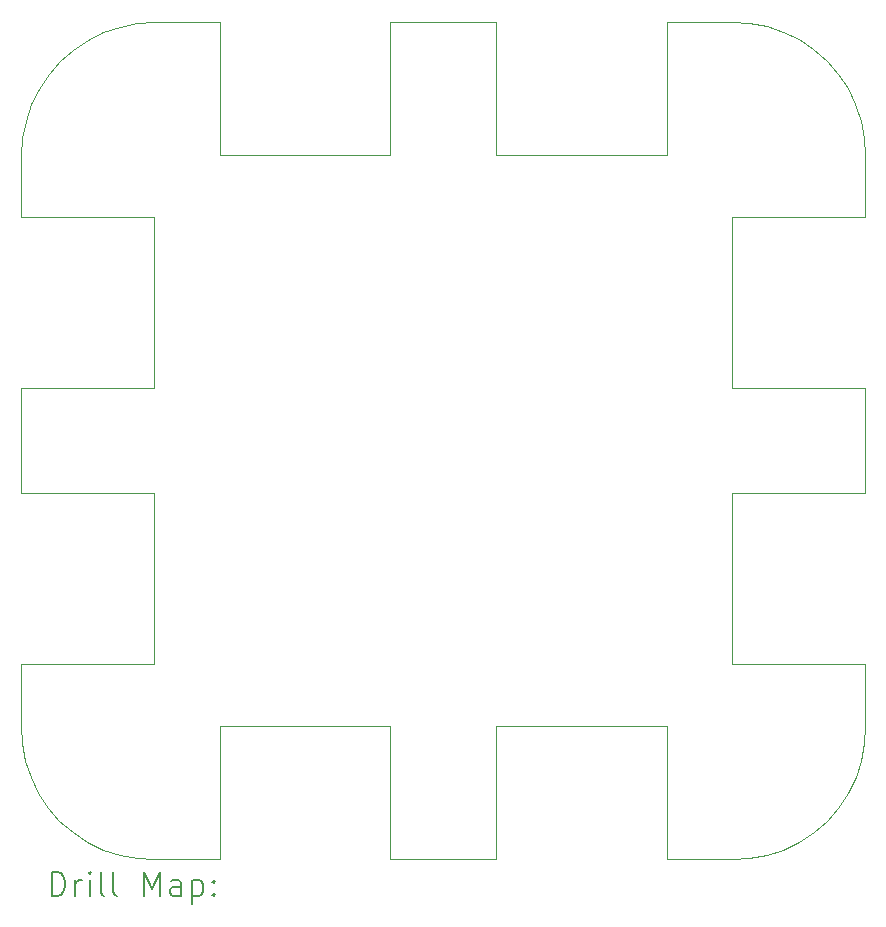
<source format=gbr>
%TF.GenerationSoftware,KiCad,Pcbnew,(6.0.8)*%
%TF.CreationDate,2022-10-18T22:13:10+02:00*%
%TF.ProjectId,test_project_1,74657374-5f70-4726-9f6a-6563745f312e,rev?*%
%TF.SameCoordinates,Original*%
%TF.FileFunction,Drillmap*%
%TF.FilePolarity,Positive*%
%FSLAX45Y45*%
G04 Gerber Fmt 4.5, Leading zero omitted, Abs format (unit mm)*
G04 Created by KiCad (PCBNEW (6.0.8)) date 2022-10-18 22:13:10*
%MOMM*%
%LPD*%
G01*
G04 APERTURE LIST*
%ADD10C,0.020000*%
%ADD11C,0.200000*%
G04 APERTURE END LIST*
D10*
X10088461Y-8874799D02*
X10088461Y-7981413D01*
X17226683Y-10991881D02*
X17233481Y-10843646D01*
X17200074Y-11137867D02*
X17226683Y-10991881D01*
X17154134Y-11278967D02*
X17200074Y-11137867D01*
X17089693Y-11412635D02*
X17154134Y-11278967D01*
X17007913Y-11536457D02*
X17089693Y-11412635D01*
X16910271Y-11648197D02*
X17007913Y-11536457D01*
X16798531Y-11745839D02*
X16910271Y-11648197D01*
X16674709Y-11827618D02*
X16798531Y-11745839D01*
X16541041Y-11892060D02*
X16674709Y-11827618D01*
X16399941Y-11938000D02*
X16541041Y-11892060D01*
X16253955Y-11964609D02*
X16399941Y-11938000D01*
X16105720Y-11971406D02*
X16253955Y-11964609D01*
X10095258Y-10991881D02*
X10088461Y-10843646D01*
X10121867Y-11137867D02*
X10095258Y-10991881D01*
X10167807Y-11278967D02*
X10121867Y-11137867D01*
X10232248Y-11412635D02*
X10167807Y-11278967D01*
X10314028Y-11536457D02*
X10232248Y-11412635D01*
X10411670Y-11648197D02*
X10314028Y-11536457D01*
X10523410Y-11745839D02*
X10411670Y-11648197D01*
X10647232Y-11827618D02*
X10523410Y-11745839D01*
X10780900Y-11892060D02*
X10647232Y-11827618D01*
X10922000Y-11938000D02*
X10780900Y-11892060D01*
X11067986Y-11964609D02*
X10922000Y-11938000D01*
X11216220Y-11971406D02*
X11067986Y-11964609D01*
X10098141Y-5865376D02*
X10088461Y-6012566D01*
X10126944Y-5720707D02*
X10098141Y-5865376D01*
X10174379Y-5581034D02*
X10126944Y-5720707D01*
X10239634Y-5448744D02*
X10174379Y-5581034D01*
X10321593Y-5326100D02*
X10239634Y-5448744D01*
X10418854Y-5215200D02*
X10321593Y-5326100D01*
X10529755Y-5117938D02*
X10418854Y-5215200D01*
X10652398Y-5035980D02*
X10529755Y-5117938D01*
X10784688Y-4970725D02*
X10652398Y-5035980D01*
X10924361Y-4923290D02*
X10784688Y-4970725D01*
X11069030Y-4894486D02*
X10924361Y-4923290D01*
X11216220Y-4884806D02*
X11069030Y-4894486D01*
X16253437Y-4893046D02*
X16105720Y-4884806D01*
X16398766Y-4920754D02*
X16253437Y-4893046D01*
X16539153Y-4967442D02*
X16398766Y-4920754D01*
X16672130Y-5032290D02*
X16539153Y-4967442D01*
X16795361Y-5114158D02*
X16672130Y-5032290D01*
X16906679Y-5211607D02*
X16795361Y-5114158D01*
X17004129Y-5322926D02*
X16906679Y-5211607D01*
X17085997Y-5446156D02*
X17004129Y-5322926D01*
X17150845Y-5579134D02*
X17085997Y-5446156D01*
X17197533Y-5719520D02*
X17150845Y-5579134D01*
X17225240Y-5864849D02*
X17197533Y-5719520D01*
X17233481Y-6012566D02*
X17225240Y-5864849D01*
X11767914Y-10843646D02*
X13214278Y-10843646D01*
X14107663Y-10843646D02*
X15554027Y-10843646D01*
X17233481Y-10843646D02*
X17233481Y-10321163D01*
X16105720Y-8874799D02*
X16105720Y-10321163D01*
X16105720Y-6535050D02*
X16105720Y-7981413D01*
X16105720Y-4884806D02*
X15554027Y-4884806D01*
X11216220Y-6535050D02*
X11216220Y-7981413D01*
X11216220Y-8874799D02*
X11216220Y-10321163D01*
X11216220Y-11971406D02*
X11767914Y-11971406D01*
X15554027Y-6012566D02*
X14107663Y-6012566D01*
X13214278Y-6012566D02*
X11767914Y-6012566D01*
X10088461Y-6012566D02*
X10088461Y-6535050D01*
X10088461Y-10321163D02*
X10088461Y-10843646D01*
X15554027Y-11971406D02*
X16105720Y-11971406D01*
X14107663Y-4884806D02*
X13214278Y-4884806D01*
X11767914Y-4884806D02*
X11216220Y-4884806D01*
X17233481Y-8874799D02*
X17233481Y-7981413D01*
X17233481Y-6535050D02*
X17233481Y-6012566D01*
X13214278Y-11971406D02*
X14107663Y-11971406D01*
X17233481Y-8874799D02*
X16105720Y-8874799D01*
X17233481Y-7981413D02*
X16105720Y-7981413D01*
X16105720Y-10321163D02*
X17233481Y-10321163D01*
X16105720Y-6535050D02*
X17233481Y-6535050D01*
X13214278Y-11971406D02*
X13214278Y-10843646D01*
X13214278Y-4884806D02*
X13214278Y-6012566D01*
X15554027Y-6012566D02*
X15554027Y-4884806D01*
X14107663Y-4884806D02*
X14107663Y-6012566D01*
X11767914Y-6012566D02*
X11767914Y-4884806D01*
X11216220Y-6535050D02*
X10088461Y-6535050D01*
X11216220Y-10321163D02*
X10088461Y-10321163D01*
X10088461Y-7981413D02*
X11216220Y-7981413D01*
X11767914Y-10843646D02*
X11767914Y-11971406D01*
X10088461Y-8874799D02*
X11216220Y-8874799D01*
X15554027Y-10843646D02*
X15554027Y-11971406D01*
X14107663Y-11971406D02*
X14107663Y-10843646D01*
D11*
X10345080Y-12282882D02*
X10345080Y-12082882D01*
X10392699Y-12082882D01*
X10421270Y-12092406D01*
X10440318Y-12111454D01*
X10449841Y-12130501D01*
X10459365Y-12168597D01*
X10459365Y-12197168D01*
X10449841Y-12235263D01*
X10440318Y-12254311D01*
X10421270Y-12273358D01*
X10392699Y-12282882D01*
X10345080Y-12282882D01*
X10545080Y-12282882D02*
X10545080Y-12149549D01*
X10545080Y-12187644D02*
X10554603Y-12168597D01*
X10564127Y-12159073D01*
X10583175Y-12149549D01*
X10602222Y-12149549D01*
X10668889Y-12282882D02*
X10668889Y-12149549D01*
X10668889Y-12082882D02*
X10659365Y-12092406D01*
X10668889Y-12101930D01*
X10678413Y-12092406D01*
X10668889Y-12082882D01*
X10668889Y-12101930D01*
X10792699Y-12282882D02*
X10773651Y-12273358D01*
X10764127Y-12254311D01*
X10764127Y-12082882D01*
X10897461Y-12282882D02*
X10878413Y-12273358D01*
X10868889Y-12254311D01*
X10868889Y-12082882D01*
X11126032Y-12282882D02*
X11126032Y-12082882D01*
X11192698Y-12225739D01*
X11259365Y-12082882D01*
X11259365Y-12282882D01*
X11440318Y-12282882D02*
X11440318Y-12178120D01*
X11430794Y-12159073D01*
X11411746Y-12149549D01*
X11373651Y-12149549D01*
X11354603Y-12159073D01*
X11440318Y-12273358D02*
X11421270Y-12282882D01*
X11373651Y-12282882D01*
X11354603Y-12273358D01*
X11345079Y-12254311D01*
X11345079Y-12235263D01*
X11354603Y-12216216D01*
X11373651Y-12206692D01*
X11421270Y-12206692D01*
X11440318Y-12197168D01*
X11535556Y-12149549D02*
X11535556Y-12349549D01*
X11535556Y-12159073D02*
X11554603Y-12149549D01*
X11592698Y-12149549D01*
X11611746Y-12159073D01*
X11621270Y-12168597D01*
X11630794Y-12187644D01*
X11630794Y-12244787D01*
X11621270Y-12263835D01*
X11611746Y-12273358D01*
X11592698Y-12282882D01*
X11554603Y-12282882D01*
X11535556Y-12273358D01*
X11716508Y-12263835D02*
X11726032Y-12273358D01*
X11716508Y-12282882D01*
X11706984Y-12273358D01*
X11716508Y-12263835D01*
X11716508Y-12282882D01*
X11716508Y-12159073D02*
X11726032Y-12168597D01*
X11716508Y-12178120D01*
X11706984Y-12168597D01*
X11716508Y-12159073D01*
X11716508Y-12178120D01*
M02*

</source>
